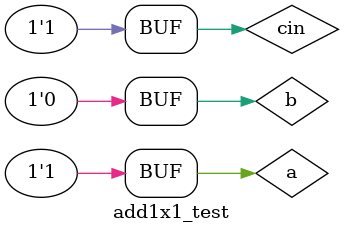
<source format=v>
`timescale 1ns / 1ps

module add1x1_test;
  reg a;
  reg b;
  reg cin;
  wire signed sum;
  wire carryout;

  add1x1 uut(
    .a(a),
    .b(b),
    .cin(cin),
    .sum(sum),
    .co(co)
  );

  initial begin
		$dumpfile("add1x1_test.vcd");
    $dumpvars(0,add1x1_test);
		a = 1'b0;
		b = 1'b0;
    cin = 1'b0;
   


		#100;

    #20 a=1'd0;b=1'd0;cin=1'd0;
		#20 a=1'd1;b=1'd0;cin=1'd0;
    #20 a=1'd1;b=1'd1;cin=1'd0;
    #20 a=1'd1;b=1'd0;cin=1'd1;
    
	end
	
  initial begin 
		$monitor("a=%b b=%b carryin=%b sum=%b carryout=%d\n",a,b,cin,sum,co);
	end
endmodule
</source>
